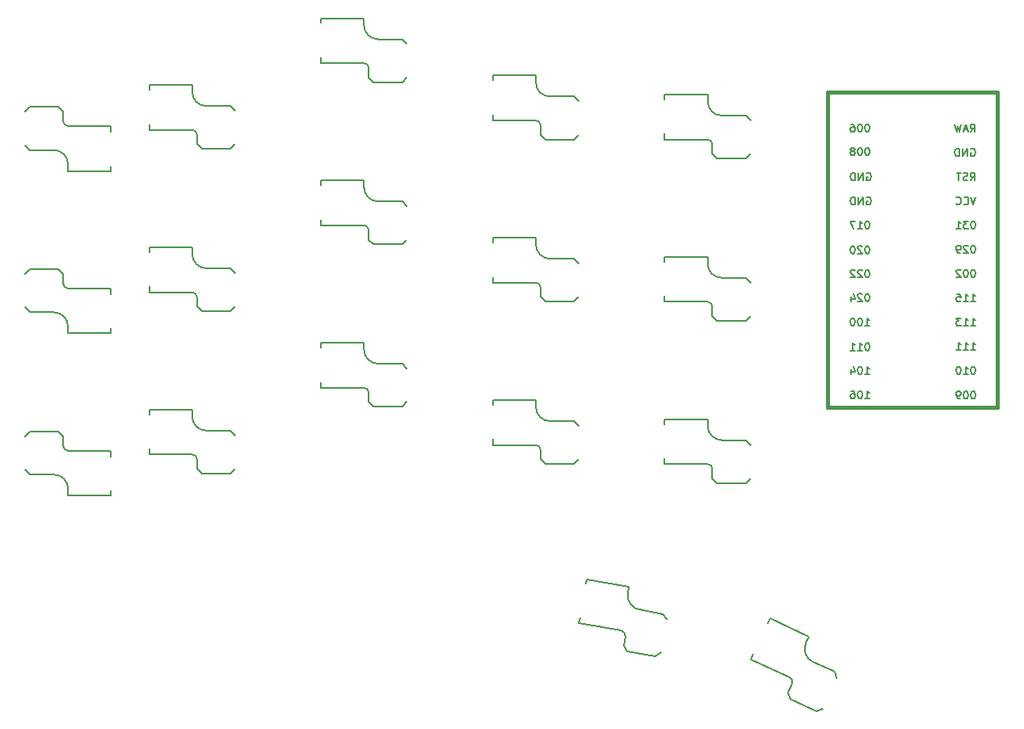
<source format=gbo>
G04 #@! TF.GenerationSoftware,KiCad,Pcbnew,7.0.6*
G04 #@! TF.CreationDate,2024-09-20T23:29:42+02:00*
G04 #@! TF.ProjectId,KoalaKeeb_v0.2_left,4b6f616c-614b-4656-9562-5f76302e325f,rev?*
G04 #@! TF.SameCoordinates,Original*
G04 #@! TF.FileFunction,Legend,Bot*
G04 #@! TF.FilePolarity,Positive*
%FSLAX46Y46*%
G04 Gerber Fmt 4.6, Leading zero omitted, Abs format (unit mm)*
G04 Created by KiCad (PCBNEW 7.0.6) date 2024-09-20 23:29:42*
%MOMM*%
%LPD*%
G01*
G04 APERTURE LIST*
G04 Aperture macros list*
%AMRotRect*
0 Rectangle, with rotation*
0 The origin of the aperture is its center*
0 $1 length*
0 $2 width*
0 $3 Rotation angle, in degrees counterclockwise*
0 Add horizontal line*
21,1,$1,$2,0,0,$3*%
G04 Aperture macros list end*
%ADD10C,0.150000*%
%ADD11C,0.381000*%
%ADD12C,1.752600*%
%ADD13C,1.701800*%
%ADD14C,3.000000*%
%ADD15C,3.429000*%
%ADD16C,0.990600*%
%ADD17R,2.600000X2.600000*%
%ADD18RotRect,2.600000X2.600000X350.000000*%
%ADD19C,2.500000*%
%ADD20C,0.850000*%
%ADD21RotRect,2.600000X2.600000X335.000000*%
%ADD22C,1.000000*%
G04 APERTURE END LIST*
D10*
X256262809Y-45062295D02*
X256186619Y-45062295D01*
X256186619Y-45062295D02*
X256110428Y-45100390D01*
X256110428Y-45100390D02*
X256072333Y-45138485D01*
X256072333Y-45138485D02*
X256034238Y-45214676D01*
X256034238Y-45214676D02*
X255996143Y-45367057D01*
X255996143Y-45367057D02*
X255996143Y-45557533D01*
X255996143Y-45557533D02*
X256034238Y-45709914D01*
X256034238Y-45709914D02*
X256072333Y-45786104D01*
X256072333Y-45786104D02*
X256110428Y-45824200D01*
X256110428Y-45824200D02*
X256186619Y-45862295D01*
X256186619Y-45862295D02*
X256262809Y-45862295D01*
X256262809Y-45862295D02*
X256339000Y-45824200D01*
X256339000Y-45824200D02*
X256377095Y-45786104D01*
X256377095Y-45786104D02*
X256415190Y-45709914D01*
X256415190Y-45709914D02*
X256453286Y-45557533D01*
X256453286Y-45557533D02*
X256453286Y-45367057D01*
X256453286Y-45367057D02*
X256415190Y-45214676D01*
X256415190Y-45214676D02*
X256377095Y-45138485D01*
X256377095Y-45138485D02*
X256339000Y-45100390D01*
X256339000Y-45100390D02*
X256262809Y-45062295D01*
X255500904Y-45062295D02*
X255424714Y-45062295D01*
X255424714Y-45062295D02*
X255348523Y-45100390D01*
X255348523Y-45100390D02*
X255310428Y-45138485D01*
X255310428Y-45138485D02*
X255272333Y-45214676D01*
X255272333Y-45214676D02*
X255234238Y-45367057D01*
X255234238Y-45367057D02*
X255234238Y-45557533D01*
X255234238Y-45557533D02*
X255272333Y-45709914D01*
X255272333Y-45709914D02*
X255310428Y-45786104D01*
X255310428Y-45786104D02*
X255348523Y-45824200D01*
X255348523Y-45824200D02*
X255424714Y-45862295D01*
X255424714Y-45862295D02*
X255500904Y-45862295D01*
X255500904Y-45862295D02*
X255577095Y-45824200D01*
X255577095Y-45824200D02*
X255615190Y-45786104D01*
X255615190Y-45786104D02*
X255653285Y-45709914D01*
X255653285Y-45709914D02*
X255691381Y-45557533D01*
X255691381Y-45557533D02*
X255691381Y-45367057D01*
X255691381Y-45367057D02*
X255653285Y-45214676D01*
X255653285Y-45214676D02*
X255615190Y-45138485D01*
X255615190Y-45138485D02*
X255577095Y-45100390D01*
X255577095Y-45100390D02*
X255500904Y-45062295D01*
X254777095Y-45405152D02*
X254853285Y-45367057D01*
X254853285Y-45367057D02*
X254891380Y-45328961D01*
X254891380Y-45328961D02*
X254929476Y-45252771D01*
X254929476Y-45252771D02*
X254929476Y-45214676D01*
X254929476Y-45214676D02*
X254891380Y-45138485D01*
X254891380Y-45138485D02*
X254853285Y-45100390D01*
X254853285Y-45100390D02*
X254777095Y-45062295D01*
X254777095Y-45062295D02*
X254624714Y-45062295D01*
X254624714Y-45062295D02*
X254548523Y-45100390D01*
X254548523Y-45100390D02*
X254510428Y-45138485D01*
X254510428Y-45138485D02*
X254472333Y-45214676D01*
X254472333Y-45214676D02*
X254472333Y-45252771D01*
X254472333Y-45252771D02*
X254510428Y-45328961D01*
X254510428Y-45328961D02*
X254548523Y-45367057D01*
X254548523Y-45367057D02*
X254624714Y-45405152D01*
X254624714Y-45405152D02*
X254777095Y-45405152D01*
X254777095Y-45405152D02*
X254853285Y-45443247D01*
X254853285Y-45443247D02*
X254891380Y-45481342D01*
X254891380Y-45481342D02*
X254929476Y-45557533D01*
X254929476Y-45557533D02*
X254929476Y-45709914D01*
X254929476Y-45709914D02*
X254891380Y-45786104D01*
X254891380Y-45786104D02*
X254853285Y-45824200D01*
X254853285Y-45824200D02*
X254777095Y-45862295D01*
X254777095Y-45862295D02*
X254624714Y-45862295D01*
X254624714Y-45862295D02*
X254548523Y-45824200D01*
X254548523Y-45824200D02*
X254510428Y-45786104D01*
X254510428Y-45786104D02*
X254472333Y-45709914D01*
X254472333Y-45709914D02*
X254472333Y-45557533D01*
X254472333Y-45557533D02*
X254510428Y-45481342D01*
X254510428Y-45481342D02*
X254548523Y-45443247D01*
X254548523Y-45443247D02*
X254624714Y-45405152D01*
X267070524Y-66252295D02*
X267527667Y-66252295D01*
X267299095Y-66252295D02*
X267299095Y-65452295D01*
X267299095Y-65452295D02*
X267375286Y-65566580D01*
X267375286Y-65566580D02*
X267451476Y-65642771D01*
X267451476Y-65642771D02*
X267527667Y-65680866D01*
X266308619Y-66252295D02*
X266765762Y-66252295D01*
X266537190Y-66252295D02*
X266537190Y-65452295D01*
X266537190Y-65452295D02*
X266613381Y-65566580D01*
X266613381Y-65566580D02*
X266689571Y-65642771D01*
X266689571Y-65642771D02*
X266765762Y-65680866D01*
X265546714Y-66252295D02*
X266003857Y-66252295D01*
X265775285Y-66252295D02*
X265775285Y-65452295D01*
X265775285Y-65452295D02*
X265851476Y-65566580D01*
X265851476Y-65566580D02*
X265927666Y-65642771D01*
X265927666Y-65642771D02*
X266003857Y-65680866D01*
X256262809Y-52752295D02*
X256186619Y-52752295D01*
X256186619Y-52752295D02*
X256110428Y-52790390D01*
X256110428Y-52790390D02*
X256072333Y-52828485D01*
X256072333Y-52828485D02*
X256034238Y-52904676D01*
X256034238Y-52904676D02*
X255996143Y-53057057D01*
X255996143Y-53057057D02*
X255996143Y-53247533D01*
X255996143Y-53247533D02*
X256034238Y-53399914D01*
X256034238Y-53399914D02*
X256072333Y-53476104D01*
X256072333Y-53476104D02*
X256110428Y-53514200D01*
X256110428Y-53514200D02*
X256186619Y-53552295D01*
X256186619Y-53552295D02*
X256262809Y-53552295D01*
X256262809Y-53552295D02*
X256339000Y-53514200D01*
X256339000Y-53514200D02*
X256377095Y-53476104D01*
X256377095Y-53476104D02*
X256415190Y-53399914D01*
X256415190Y-53399914D02*
X256453286Y-53247533D01*
X256453286Y-53247533D02*
X256453286Y-53057057D01*
X256453286Y-53057057D02*
X256415190Y-52904676D01*
X256415190Y-52904676D02*
X256377095Y-52828485D01*
X256377095Y-52828485D02*
X256339000Y-52790390D01*
X256339000Y-52790390D02*
X256262809Y-52752295D01*
X255234238Y-53552295D02*
X255691381Y-53552295D01*
X255462809Y-53552295D02*
X255462809Y-52752295D01*
X255462809Y-52752295D02*
X255539000Y-52866580D01*
X255539000Y-52866580D02*
X255615190Y-52942771D01*
X255615190Y-52942771D02*
X255691381Y-52980866D01*
X254967571Y-52752295D02*
X254434237Y-52752295D01*
X254434237Y-52752295D02*
X254777095Y-53552295D01*
X255996143Y-68792295D02*
X256453286Y-68792295D01*
X256224714Y-68792295D02*
X256224714Y-67992295D01*
X256224714Y-67992295D02*
X256300905Y-68106580D01*
X256300905Y-68106580D02*
X256377095Y-68182771D01*
X256377095Y-68182771D02*
X256453286Y-68220866D01*
X255500904Y-67992295D02*
X255424714Y-67992295D01*
X255424714Y-67992295D02*
X255348523Y-68030390D01*
X255348523Y-68030390D02*
X255310428Y-68068485D01*
X255310428Y-68068485D02*
X255272333Y-68144676D01*
X255272333Y-68144676D02*
X255234238Y-68297057D01*
X255234238Y-68297057D02*
X255234238Y-68487533D01*
X255234238Y-68487533D02*
X255272333Y-68639914D01*
X255272333Y-68639914D02*
X255310428Y-68716104D01*
X255310428Y-68716104D02*
X255348523Y-68754200D01*
X255348523Y-68754200D02*
X255424714Y-68792295D01*
X255424714Y-68792295D02*
X255500904Y-68792295D01*
X255500904Y-68792295D02*
X255577095Y-68754200D01*
X255577095Y-68754200D02*
X255615190Y-68716104D01*
X255615190Y-68716104D02*
X255653285Y-68639914D01*
X255653285Y-68639914D02*
X255691381Y-68487533D01*
X255691381Y-68487533D02*
X255691381Y-68297057D01*
X255691381Y-68297057D02*
X255653285Y-68144676D01*
X255653285Y-68144676D02*
X255615190Y-68068485D01*
X255615190Y-68068485D02*
X255577095Y-68030390D01*
X255577095Y-68030390D02*
X255500904Y-67992295D01*
X254548523Y-68258961D02*
X254548523Y-68792295D01*
X254738999Y-67954200D02*
X254929476Y-68525628D01*
X254929476Y-68525628D02*
X254434237Y-68525628D01*
X256269999Y-65502295D02*
X256193809Y-65502295D01*
X256193809Y-65502295D02*
X256117618Y-65540390D01*
X256117618Y-65540390D02*
X256079523Y-65578485D01*
X256079523Y-65578485D02*
X256041428Y-65654676D01*
X256041428Y-65654676D02*
X256003333Y-65807057D01*
X256003333Y-65807057D02*
X256003333Y-65997533D01*
X256003333Y-65997533D02*
X256041428Y-66149914D01*
X256041428Y-66149914D02*
X256079523Y-66226104D01*
X256079523Y-66226104D02*
X256117618Y-66264200D01*
X256117618Y-66264200D02*
X256193809Y-66302295D01*
X256193809Y-66302295D02*
X256269999Y-66302295D01*
X256269999Y-66302295D02*
X256346190Y-66264200D01*
X256346190Y-66264200D02*
X256384285Y-66226104D01*
X256384285Y-66226104D02*
X256422380Y-66149914D01*
X256422380Y-66149914D02*
X256460476Y-65997533D01*
X256460476Y-65997533D02*
X256460476Y-65807057D01*
X256460476Y-65807057D02*
X256422380Y-65654676D01*
X256422380Y-65654676D02*
X256384285Y-65578485D01*
X256384285Y-65578485D02*
X256346190Y-65540390D01*
X256346190Y-65540390D02*
X256269999Y-65502295D01*
X255241428Y-66302295D02*
X255698571Y-66302295D01*
X255469999Y-66302295D02*
X255469999Y-65502295D01*
X255469999Y-65502295D02*
X255546190Y-65616580D01*
X255546190Y-65616580D02*
X255622380Y-65692771D01*
X255622380Y-65692771D02*
X255698571Y-65730866D01*
X254479523Y-66302295D02*
X254936666Y-66302295D01*
X254708094Y-66302295D02*
X254708094Y-65502295D01*
X254708094Y-65502295D02*
X254784285Y-65616580D01*
X254784285Y-65616580D02*
X254860475Y-65692771D01*
X254860475Y-65692771D02*
X254936666Y-65730866D01*
X267603857Y-50212295D02*
X267337190Y-51012295D01*
X267337190Y-51012295D02*
X267070524Y-50212295D01*
X266346714Y-50936104D02*
X266384810Y-50974200D01*
X266384810Y-50974200D02*
X266499095Y-51012295D01*
X266499095Y-51012295D02*
X266575286Y-51012295D01*
X266575286Y-51012295D02*
X266689572Y-50974200D01*
X266689572Y-50974200D02*
X266765762Y-50898009D01*
X266765762Y-50898009D02*
X266803857Y-50821819D01*
X266803857Y-50821819D02*
X266841953Y-50669438D01*
X266841953Y-50669438D02*
X266841953Y-50555152D01*
X266841953Y-50555152D02*
X266803857Y-50402771D01*
X266803857Y-50402771D02*
X266765762Y-50326580D01*
X266765762Y-50326580D02*
X266689572Y-50250390D01*
X266689572Y-50250390D02*
X266575286Y-50212295D01*
X266575286Y-50212295D02*
X266499095Y-50212295D01*
X266499095Y-50212295D02*
X266384810Y-50250390D01*
X266384810Y-50250390D02*
X266346714Y-50288485D01*
X265546714Y-50936104D02*
X265584810Y-50974200D01*
X265584810Y-50974200D02*
X265699095Y-51012295D01*
X265699095Y-51012295D02*
X265775286Y-51012295D01*
X265775286Y-51012295D02*
X265889572Y-50974200D01*
X265889572Y-50974200D02*
X265965762Y-50898009D01*
X265965762Y-50898009D02*
X266003857Y-50821819D01*
X266003857Y-50821819D02*
X266041953Y-50669438D01*
X266041953Y-50669438D02*
X266041953Y-50555152D01*
X266041953Y-50555152D02*
X266003857Y-50402771D01*
X266003857Y-50402771D02*
X265965762Y-50326580D01*
X265965762Y-50326580D02*
X265889572Y-50250390D01*
X265889572Y-50250390D02*
X265775286Y-50212295D01*
X265775286Y-50212295D02*
X265699095Y-50212295D01*
X265699095Y-50212295D02*
X265584810Y-50250390D01*
X265584810Y-50250390D02*
X265546714Y-50288485D01*
X267064190Y-45170390D02*
X267140380Y-45132295D01*
X267140380Y-45132295D02*
X267254666Y-45132295D01*
X267254666Y-45132295D02*
X267368952Y-45170390D01*
X267368952Y-45170390D02*
X267445142Y-45246580D01*
X267445142Y-45246580D02*
X267483237Y-45322771D01*
X267483237Y-45322771D02*
X267521333Y-45475152D01*
X267521333Y-45475152D02*
X267521333Y-45589438D01*
X267521333Y-45589438D02*
X267483237Y-45741819D01*
X267483237Y-45741819D02*
X267445142Y-45818009D01*
X267445142Y-45818009D02*
X267368952Y-45894200D01*
X267368952Y-45894200D02*
X267254666Y-45932295D01*
X267254666Y-45932295D02*
X267178475Y-45932295D01*
X267178475Y-45932295D02*
X267064190Y-45894200D01*
X267064190Y-45894200D02*
X267026094Y-45856104D01*
X267026094Y-45856104D02*
X267026094Y-45589438D01*
X267026094Y-45589438D02*
X267178475Y-45589438D01*
X266683237Y-45932295D02*
X266683237Y-45132295D01*
X266683237Y-45132295D02*
X266226094Y-45932295D01*
X266226094Y-45932295D02*
X266226094Y-45132295D01*
X265845142Y-45932295D02*
X265845142Y-45132295D01*
X265845142Y-45132295D02*
X265654666Y-45132295D01*
X265654666Y-45132295D02*
X265540380Y-45170390D01*
X265540380Y-45170390D02*
X265464190Y-45246580D01*
X265464190Y-45246580D02*
X265426095Y-45322771D01*
X265426095Y-45322771D02*
X265387999Y-45475152D01*
X265387999Y-45475152D02*
X265387999Y-45589438D01*
X265387999Y-45589438D02*
X265426095Y-45741819D01*
X265426095Y-45741819D02*
X265464190Y-45818009D01*
X265464190Y-45818009D02*
X265540380Y-45894200D01*
X265540380Y-45894200D02*
X265654666Y-45932295D01*
X265654666Y-45932295D02*
X265845142Y-45932295D01*
X267337190Y-55292295D02*
X267261000Y-55292295D01*
X267261000Y-55292295D02*
X267184809Y-55330390D01*
X267184809Y-55330390D02*
X267146714Y-55368485D01*
X267146714Y-55368485D02*
X267108619Y-55444676D01*
X267108619Y-55444676D02*
X267070524Y-55597057D01*
X267070524Y-55597057D02*
X267070524Y-55787533D01*
X267070524Y-55787533D02*
X267108619Y-55939914D01*
X267108619Y-55939914D02*
X267146714Y-56016104D01*
X267146714Y-56016104D02*
X267184809Y-56054200D01*
X267184809Y-56054200D02*
X267261000Y-56092295D01*
X267261000Y-56092295D02*
X267337190Y-56092295D01*
X267337190Y-56092295D02*
X267413381Y-56054200D01*
X267413381Y-56054200D02*
X267451476Y-56016104D01*
X267451476Y-56016104D02*
X267489571Y-55939914D01*
X267489571Y-55939914D02*
X267527667Y-55787533D01*
X267527667Y-55787533D02*
X267527667Y-55597057D01*
X267527667Y-55597057D02*
X267489571Y-55444676D01*
X267489571Y-55444676D02*
X267451476Y-55368485D01*
X267451476Y-55368485D02*
X267413381Y-55330390D01*
X267413381Y-55330390D02*
X267337190Y-55292295D01*
X266765762Y-55368485D02*
X266727666Y-55330390D01*
X266727666Y-55330390D02*
X266651476Y-55292295D01*
X266651476Y-55292295D02*
X266461000Y-55292295D01*
X266461000Y-55292295D02*
X266384809Y-55330390D01*
X266384809Y-55330390D02*
X266346714Y-55368485D01*
X266346714Y-55368485D02*
X266308619Y-55444676D01*
X266308619Y-55444676D02*
X266308619Y-55520866D01*
X266308619Y-55520866D02*
X266346714Y-55635152D01*
X266346714Y-55635152D02*
X266803857Y-56092295D01*
X266803857Y-56092295D02*
X266308619Y-56092295D01*
X265927666Y-56092295D02*
X265775285Y-56092295D01*
X265775285Y-56092295D02*
X265699095Y-56054200D01*
X265699095Y-56054200D02*
X265660999Y-56016104D01*
X265660999Y-56016104D02*
X265584809Y-55901819D01*
X265584809Y-55901819D02*
X265546714Y-55749438D01*
X265546714Y-55749438D02*
X265546714Y-55444676D01*
X265546714Y-55444676D02*
X265584809Y-55368485D01*
X265584809Y-55368485D02*
X265622904Y-55330390D01*
X265622904Y-55330390D02*
X265699095Y-55292295D01*
X265699095Y-55292295D02*
X265851476Y-55292295D01*
X265851476Y-55292295D02*
X265927666Y-55330390D01*
X265927666Y-55330390D02*
X265965761Y-55368485D01*
X265965761Y-55368485D02*
X266003857Y-55444676D01*
X266003857Y-55444676D02*
X266003857Y-55635152D01*
X266003857Y-55635152D02*
X265965761Y-55711342D01*
X265965761Y-55711342D02*
X265927666Y-55749438D01*
X265927666Y-55749438D02*
X265851476Y-55787533D01*
X265851476Y-55787533D02*
X265699095Y-55787533D01*
X265699095Y-55787533D02*
X265622904Y-55749438D01*
X265622904Y-55749438D02*
X265584809Y-55711342D01*
X265584809Y-55711342D02*
X265546714Y-55635152D01*
X256003333Y-71342295D02*
X256460476Y-71342295D01*
X256231904Y-71342295D02*
X256231904Y-70542295D01*
X256231904Y-70542295D02*
X256308095Y-70656580D01*
X256308095Y-70656580D02*
X256384285Y-70732771D01*
X256384285Y-70732771D02*
X256460476Y-70770866D01*
X255508094Y-70542295D02*
X255431904Y-70542295D01*
X255431904Y-70542295D02*
X255355713Y-70580390D01*
X255355713Y-70580390D02*
X255317618Y-70618485D01*
X255317618Y-70618485D02*
X255279523Y-70694676D01*
X255279523Y-70694676D02*
X255241428Y-70847057D01*
X255241428Y-70847057D02*
X255241428Y-71037533D01*
X255241428Y-71037533D02*
X255279523Y-71189914D01*
X255279523Y-71189914D02*
X255317618Y-71266104D01*
X255317618Y-71266104D02*
X255355713Y-71304200D01*
X255355713Y-71304200D02*
X255431904Y-71342295D01*
X255431904Y-71342295D02*
X255508094Y-71342295D01*
X255508094Y-71342295D02*
X255584285Y-71304200D01*
X255584285Y-71304200D02*
X255622380Y-71266104D01*
X255622380Y-71266104D02*
X255660475Y-71189914D01*
X255660475Y-71189914D02*
X255698571Y-71037533D01*
X255698571Y-71037533D02*
X255698571Y-70847057D01*
X255698571Y-70847057D02*
X255660475Y-70694676D01*
X255660475Y-70694676D02*
X255622380Y-70618485D01*
X255622380Y-70618485D02*
X255584285Y-70580390D01*
X255584285Y-70580390D02*
X255508094Y-70542295D01*
X254555713Y-70542295D02*
X254708094Y-70542295D01*
X254708094Y-70542295D02*
X254784285Y-70580390D01*
X254784285Y-70580390D02*
X254822380Y-70618485D01*
X254822380Y-70618485D02*
X254898570Y-70732771D01*
X254898570Y-70732771D02*
X254936666Y-70885152D01*
X254936666Y-70885152D02*
X254936666Y-71189914D01*
X254936666Y-71189914D02*
X254898570Y-71266104D01*
X254898570Y-71266104D02*
X254860475Y-71304200D01*
X254860475Y-71304200D02*
X254784285Y-71342295D01*
X254784285Y-71342295D02*
X254631904Y-71342295D01*
X254631904Y-71342295D02*
X254555713Y-71304200D01*
X254555713Y-71304200D02*
X254517618Y-71266104D01*
X254517618Y-71266104D02*
X254479523Y-71189914D01*
X254479523Y-71189914D02*
X254479523Y-70999438D01*
X254479523Y-70999438D02*
X254517618Y-70923247D01*
X254517618Y-70923247D02*
X254555713Y-70885152D01*
X254555713Y-70885152D02*
X254631904Y-70847057D01*
X254631904Y-70847057D02*
X254784285Y-70847057D01*
X254784285Y-70847057D02*
X254860475Y-70885152D01*
X254860475Y-70885152D02*
X254898570Y-70923247D01*
X254898570Y-70923247D02*
X254936666Y-70999438D01*
X256262809Y-55362295D02*
X256186619Y-55362295D01*
X256186619Y-55362295D02*
X256110428Y-55400390D01*
X256110428Y-55400390D02*
X256072333Y-55438485D01*
X256072333Y-55438485D02*
X256034238Y-55514676D01*
X256034238Y-55514676D02*
X255996143Y-55667057D01*
X255996143Y-55667057D02*
X255996143Y-55857533D01*
X255996143Y-55857533D02*
X256034238Y-56009914D01*
X256034238Y-56009914D02*
X256072333Y-56086104D01*
X256072333Y-56086104D02*
X256110428Y-56124200D01*
X256110428Y-56124200D02*
X256186619Y-56162295D01*
X256186619Y-56162295D02*
X256262809Y-56162295D01*
X256262809Y-56162295D02*
X256339000Y-56124200D01*
X256339000Y-56124200D02*
X256377095Y-56086104D01*
X256377095Y-56086104D02*
X256415190Y-56009914D01*
X256415190Y-56009914D02*
X256453286Y-55857533D01*
X256453286Y-55857533D02*
X256453286Y-55667057D01*
X256453286Y-55667057D02*
X256415190Y-55514676D01*
X256415190Y-55514676D02*
X256377095Y-55438485D01*
X256377095Y-55438485D02*
X256339000Y-55400390D01*
X256339000Y-55400390D02*
X256262809Y-55362295D01*
X255691381Y-55438485D02*
X255653285Y-55400390D01*
X255653285Y-55400390D02*
X255577095Y-55362295D01*
X255577095Y-55362295D02*
X255386619Y-55362295D01*
X255386619Y-55362295D02*
X255310428Y-55400390D01*
X255310428Y-55400390D02*
X255272333Y-55438485D01*
X255272333Y-55438485D02*
X255234238Y-55514676D01*
X255234238Y-55514676D02*
X255234238Y-55590866D01*
X255234238Y-55590866D02*
X255272333Y-55705152D01*
X255272333Y-55705152D02*
X255729476Y-56162295D01*
X255729476Y-56162295D02*
X255234238Y-56162295D01*
X254738999Y-55362295D02*
X254662809Y-55362295D01*
X254662809Y-55362295D02*
X254586618Y-55400390D01*
X254586618Y-55400390D02*
X254548523Y-55438485D01*
X254548523Y-55438485D02*
X254510428Y-55514676D01*
X254510428Y-55514676D02*
X254472333Y-55667057D01*
X254472333Y-55667057D02*
X254472333Y-55857533D01*
X254472333Y-55857533D02*
X254510428Y-56009914D01*
X254510428Y-56009914D02*
X254548523Y-56086104D01*
X254548523Y-56086104D02*
X254586618Y-56124200D01*
X254586618Y-56124200D02*
X254662809Y-56162295D01*
X254662809Y-56162295D02*
X254738999Y-56162295D01*
X254738999Y-56162295D02*
X254815190Y-56124200D01*
X254815190Y-56124200D02*
X254853285Y-56086104D01*
X254853285Y-56086104D02*
X254891380Y-56009914D01*
X254891380Y-56009914D02*
X254929476Y-55857533D01*
X254929476Y-55857533D02*
X254929476Y-55667057D01*
X254929476Y-55667057D02*
X254891380Y-55514676D01*
X254891380Y-55514676D02*
X254853285Y-55438485D01*
X254853285Y-55438485D02*
X254815190Y-55400390D01*
X254815190Y-55400390D02*
X254738999Y-55362295D01*
X267339999Y-70572295D02*
X267263809Y-70572295D01*
X267263809Y-70572295D02*
X267187618Y-70610390D01*
X267187618Y-70610390D02*
X267149523Y-70648485D01*
X267149523Y-70648485D02*
X267111428Y-70724676D01*
X267111428Y-70724676D02*
X267073333Y-70877057D01*
X267073333Y-70877057D02*
X267073333Y-71067533D01*
X267073333Y-71067533D02*
X267111428Y-71219914D01*
X267111428Y-71219914D02*
X267149523Y-71296104D01*
X267149523Y-71296104D02*
X267187618Y-71334200D01*
X267187618Y-71334200D02*
X267263809Y-71372295D01*
X267263809Y-71372295D02*
X267339999Y-71372295D01*
X267339999Y-71372295D02*
X267416190Y-71334200D01*
X267416190Y-71334200D02*
X267454285Y-71296104D01*
X267454285Y-71296104D02*
X267492380Y-71219914D01*
X267492380Y-71219914D02*
X267530476Y-71067533D01*
X267530476Y-71067533D02*
X267530476Y-70877057D01*
X267530476Y-70877057D02*
X267492380Y-70724676D01*
X267492380Y-70724676D02*
X267454285Y-70648485D01*
X267454285Y-70648485D02*
X267416190Y-70610390D01*
X267416190Y-70610390D02*
X267339999Y-70572295D01*
X266578094Y-70572295D02*
X266501904Y-70572295D01*
X266501904Y-70572295D02*
X266425713Y-70610390D01*
X266425713Y-70610390D02*
X266387618Y-70648485D01*
X266387618Y-70648485D02*
X266349523Y-70724676D01*
X266349523Y-70724676D02*
X266311428Y-70877057D01*
X266311428Y-70877057D02*
X266311428Y-71067533D01*
X266311428Y-71067533D02*
X266349523Y-71219914D01*
X266349523Y-71219914D02*
X266387618Y-71296104D01*
X266387618Y-71296104D02*
X266425713Y-71334200D01*
X266425713Y-71334200D02*
X266501904Y-71372295D01*
X266501904Y-71372295D02*
X266578094Y-71372295D01*
X266578094Y-71372295D02*
X266654285Y-71334200D01*
X266654285Y-71334200D02*
X266692380Y-71296104D01*
X266692380Y-71296104D02*
X266730475Y-71219914D01*
X266730475Y-71219914D02*
X266768571Y-71067533D01*
X266768571Y-71067533D02*
X266768571Y-70877057D01*
X266768571Y-70877057D02*
X266730475Y-70724676D01*
X266730475Y-70724676D02*
X266692380Y-70648485D01*
X266692380Y-70648485D02*
X266654285Y-70610390D01*
X266654285Y-70610390D02*
X266578094Y-70572295D01*
X265930475Y-71372295D02*
X265778094Y-71372295D01*
X265778094Y-71372295D02*
X265701904Y-71334200D01*
X265701904Y-71334200D02*
X265663808Y-71296104D01*
X265663808Y-71296104D02*
X265587618Y-71181819D01*
X265587618Y-71181819D02*
X265549523Y-71029438D01*
X265549523Y-71029438D02*
X265549523Y-70724676D01*
X265549523Y-70724676D02*
X265587618Y-70648485D01*
X265587618Y-70648485D02*
X265625713Y-70610390D01*
X265625713Y-70610390D02*
X265701904Y-70572295D01*
X265701904Y-70572295D02*
X265854285Y-70572295D01*
X265854285Y-70572295D02*
X265930475Y-70610390D01*
X265930475Y-70610390D02*
X265968570Y-70648485D01*
X265968570Y-70648485D02*
X266006666Y-70724676D01*
X266006666Y-70724676D02*
X266006666Y-70915152D01*
X266006666Y-70915152D02*
X265968570Y-70991342D01*
X265968570Y-70991342D02*
X265930475Y-71029438D01*
X265930475Y-71029438D02*
X265854285Y-71067533D01*
X265854285Y-71067533D02*
X265701904Y-71067533D01*
X265701904Y-71067533D02*
X265625713Y-71029438D01*
X265625713Y-71029438D02*
X265587618Y-70991342D01*
X265587618Y-70991342D02*
X265549523Y-70915152D01*
X255996143Y-63712295D02*
X256453286Y-63712295D01*
X256224714Y-63712295D02*
X256224714Y-62912295D01*
X256224714Y-62912295D02*
X256300905Y-63026580D01*
X256300905Y-63026580D02*
X256377095Y-63102771D01*
X256377095Y-63102771D02*
X256453286Y-63140866D01*
X255500904Y-62912295D02*
X255424714Y-62912295D01*
X255424714Y-62912295D02*
X255348523Y-62950390D01*
X255348523Y-62950390D02*
X255310428Y-62988485D01*
X255310428Y-62988485D02*
X255272333Y-63064676D01*
X255272333Y-63064676D02*
X255234238Y-63217057D01*
X255234238Y-63217057D02*
X255234238Y-63407533D01*
X255234238Y-63407533D02*
X255272333Y-63559914D01*
X255272333Y-63559914D02*
X255310428Y-63636104D01*
X255310428Y-63636104D02*
X255348523Y-63674200D01*
X255348523Y-63674200D02*
X255424714Y-63712295D01*
X255424714Y-63712295D02*
X255500904Y-63712295D01*
X255500904Y-63712295D02*
X255577095Y-63674200D01*
X255577095Y-63674200D02*
X255615190Y-63636104D01*
X255615190Y-63636104D02*
X255653285Y-63559914D01*
X255653285Y-63559914D02*
X255691381Y-63407533D01*
X255691381Y-63407533D02*
X255691381Y-63217057D01*
X255691381Y-63217057D02*
X255653285Y-63064676D01*
X255653285Y-63064676D02*
X255615190Y-62988485D01*
X255615190Y-62988485D02*
X255577095Y-62950390D01*
X255577095Y-62950390D02*
X255500904Y-62912295D01*
X254738999Y-62912295D02*
X254662809Y-62912295D01*
X254662809Y-62912295D02*
X254586618Y-62950390D01*
X254586618Y-62950390D02*
X254548523Y-62988485D01*
X254548523Y-62988485D02*
X254510428Y-63064676D01*
X254510428Y-63064676D02*
X254472333Y-63217057D01*
X254472333Y-63217057D02*
X254472333Y-63407533D01*
X254472333Y-63407533D02*
X254510428Y-63559914D01*
X254510428Y-63559914D02*
X254548523Y-63636104D01*
X254548523Y-63636104D02*
X254586618Y-63674200D01*
X254586618Y-63674200D02*
X254662809Y-63712295D01*
X254662809Y-63712295D02*
X254738999Y-63712295D01*
X254738999Y-63712295D02*
X254815190Y-63674200D01*
X254815190Y-63674200D02*
X254853285Y-63636104D01*
X254853285Y-63636104D02*
X254891380Y-63559914D01*
X254891380Y-63559914D02*
X254929476Y-63407533D01*
X254929476Y-63407533D02*
X254929476Y-63217057D01*
X254929476Y-63217057D02*
X254891380Y-63064676D01*
X254891380Y-63064676D02*
X254853285Y-62988485D01*
X254853285Y-62988485D02*
X254815190Y-62950390D01*
X254815190Y-62950390D02*
X254738999Y-62912295D01*
X256148523Y-50250390D02*
X256224713Y-50212295D01*
X256224713Y-50212295D02*
X256338999Y-50212295D01*
X256338999Y-50212295D02*
X256453285Y-50250390D01*
X256453285Y-50250390D02*
X256529475Y-50326580D01*
X256529475Y-50326580D02*
X256567570Y-50402771D01*
X256567570Y-50402771D02*
X256605666Y-50555152D01*
X256605666Y-50555152D02*
X256605666Y-50669438D01*
X256605666Y-50669438D02*
X256567570Y-50821819D01*
X256567570Y-50821819D02*
X256529475Y-50898009D01*
X256529475Y-50898009D02*
X256453285Y-50974200D01*
X256453285Y-50974200D02*
X256338999Y-51012295D01*
X256338999Y-51012295D02*
X256262808Y-51012295D01*
X256262808Y-51012295D02*
X256148523Y-50974200D01*
X256148523Y-50974200D02*
X256110427Y-50936104D01*
X256110427Y-50936104D02*
X256110427Y-50669438D01*
X256110427Y-50669438D02*
X256262808Y-50669438D01*
X255767570Y-51012295D02*
X255767570Y-50212295D01*
X255767570Y-50212295D02*
X255310427Y-51012295D01*
X255310427Y-51012295D02*
X255310427Y-50212295D01*
X254929475Y-51012295D02*
X254929475Y-50212295D01*
X254929475Y-50212295D02*
X254738999Y-50212295D01*
X254738999Y-50212295D02*
X254624713Y-50250390D01*
X254624713Y-50250390D02*
X254548523Y-50326580D01*
X254548523Y-50326580D02*
X254510428Y-50402771D01*
X254510428Y-50402771D02*
X254472332Y-50555152D01*
X254472332Y-50555152D02*
X254472332Y-50669438D01*
X254472332Y-50669438D02*
X254510428Y-50821819D01*
X254510428Y-50821819D02*
X254548523Y-50898009D01*
X254548523Y-50898009D02*
X254624713Y-50974200D01*
X254624713Y-50974200D02*
X254738999Y-51012295D01*
X254738999Y-51012295D02*
X254929475Y-51012295D01*
X256262809Y-42592295D02*
X256186619Y-42592295D01*
X256186619Y-42592295D02*
X256110428Y-42630390D01*
X256110428Y-42630390D02*
X256072333Y-42668485D01*
X256072333Y-42668485D02*
X256034238Y-42744676D01*
X256034238Y-42744676D02*
X255996143Y-42897057D01*
X255996143Y-42897057D02*
X255996143Y-43087533D01*
X255996143Y-43087533D02*
X256034238Y-43239914D01*
X256034238Y-43239914D02*
X256072333Y-43316104D01*
X256072333Y-43316104D02*
X256110428Y-43354200D01*
X256110428Y-43354200D02*
X256186619Y-43392295D01*
X256186619Y-43392295D02*
X256262809Y-43392295D01*
X256262809Y-43392295D02*
X256339000Y-43354200D01*
X256339000Y-43354200D02*
X256377095Y-43316104D01*
X256377095Y-43316104D02*
X256415190Y-43239914D01*
X256415190Y-43239914D02*
X256453286Y-43087533D01*
X256453286Y-43087533D02*
X256453286Y-42897057D01*
X256453286Y-42897057D02*
X256415190Y-42744676D01*
X256415190Y-42744676D02*
X256377095Y-42668485D01*
X256377095Y-42668485D02*
X256339000Y-42630390D01*
X256339000Y-42630390D02*
X256262809Y-42592295D01*
X255500904Y-42592295D02*
X255424714Y-42592295D01*
X255424714Y-42592295D02*
X255348523Y-42630390D01*
X255348523Y-42630390D02*
X255310428Y-42668485D01*
X255310428Y-42668485D02*
X255272333Y-42744676D01*
X255272333Y-42744676D02*
X255234238Y-42897057D01*
X255234238Y-42897057D02*
X255234238Y-43087533D01*
X255234238Y-43087533D02*
X255272333Y-43239914D01*
X255272333Y-43239914D02*
X255310428Y-43316104D01*
X255310428Y-43316104D02*
X255348523Y-43354200D01*
X255348523Y-43354200D02*
X255424714Y-43392295D01*
X255424714Y-43392295D02*
X255500904Y-43392295D01*
X255500904Y-43392295D02*
X255577095Y-43354200D01*
X255577095Y-43354200D02*
X255615190Y-43316104D01*
X255615190Y-43316104D02*
X255653285Y-43239914D01*
X255653285Y-43239914D02*
X255691381Y-43087533D01*
X255691381Y-43087533D02*
X255691381Y-42897057D01*
X255691381Y-42897057D02*
X255653285Y-42744676D01*
X255653285Y-42744676D02*
X255615190Y-42668485D01*
X255615190Y-42668485D02*
X255577095Y-42630390D01*
X255577095Y-42630390D02*
X255500904Y-42592295D01*
X254548523Y-42592295D02*
X254700904Y-42592295D01*
X254700904Y-42592295D02*
X254777095Y-42630390D01*
X254777095Y-42630390D02*
X254815190Y-42668485D01*
X254815190Y-42668485D02*
X254891380Y-42782771D01*
X254891380Y-42782771D02*
X254929476Y-42935152D01*
X254929476Y-42935152D02*
X254929476Y-43239914D01*
X254929476Y-43239914D02*
X254891380Y-43316104D01*
X254891380Y-43316104D02*
X254853285Y-43354200D01*
X254853285Y-43354200D02*
X254777095Y-43392295D01*
X254777095Y-43392295D02*
X254624714Y-43392295D01*
X254624714Y-43392295D02*
X254548523Y-43354200D01*
X254548523Y-43354200D02*
X254510428Y-43316104D01*
X254510428Y-43316104D02*
X254472333Y-43239914D01*
X254472333Y-43239914D02*
X254472333Y-43049438D01*
X254472333Y-43049438D02*
X254510428Y-42973247D01*
X254510428Y-42973247D02*
X254548523Y-42935152D01*
X254548523Y-42935152D02*
X254624714Y-42897057D01*
X254624714Y-42897057D02*
X254777095Y-42897057D01*
X254777095Y-42897057D02*
X254853285Y-42935152D01*
X254853285Y-42935152D02*
X254891380Y-42973247D01*
X254891380Y-42973247D02*
X254929476Y-43049438D01*
X256148523Y-47710390D02*
X256224713Y-47672295D01*
X256224713Y-47672295D02*
X256338999Y-47672295D01*
X256338999Y-47672295D02*
X256453285Y-47710390D01*
X256453285Y-47710390D02*
X256529475Y-47786580D01*
X256529475Y-47786580D02*
X256567570Y-47862771D01*
X256567570Y-47862771D02*
X256605666Y-48015152D01*
X256605666Y-48015152D02*
X256605666Y-48129438D01*
X256605666Y-48129438D02*
X256567570Y-48281819D01*
X256567570Y-48281819D02*
X256529475Y-48358009D01*
X256529475Y-48358009D02*
X256453285Y-48434200D01*
X256453285Y-48434200D02*
X256338999Y-48472295D01*
X256338999Y-48472295D02*
X256262808Y-48472295D01*
X256262808Y-48472295D02*
X256148523Y-48434200D01*
X256148523Y-48434200D02*
X256110427Y-48396104D01*
X256110427Y-48396104D02*
X256110427Y-48129438D01*
X256110427Y-48129438D02*
X256262808Y-48129438D01*
X255767570Y-48472295D02*
X255767570Y-47672295D01*
X255767570Y-47672295D02*
X255310427Y-48472295D01*
X255310427Y-48472295D02*
X255310427Y-47672295D01*
X254929475Y-48472295D02*
X254929475Y-47672295D01*
X254929475Y-47672295D02*
X254738999Y-47672295D01*
X254738999Y-47672295D02*
X254624713Y-47710390D01*
X254624713Y-47710390D02*
X254548523Y-47786580D01*
X254548523Y-47786580D02*
X254510428Y-47862771D01*
X254510428Y-47862771D02*
X254472332Y-48015152D01*
X254472332Y-48015152D02*
X254472332Y-48129438D01*
X254472332Y-48129438D02*
X254510428Y-48281819D01*
X254510428Y-48281819D02*
X254548523Y-48358009D01*
X254548523Y-48358009D02*
X254624713Y-48434200D01*
X254624713Y-48434200D02*
X254738999Y-48472295D01*
X254738999Y-48472295D02*
X254929475Y-48472295D01*
X267070524Y-61172295D02*
X267527667Y-61172295D01*
X267299095Y-61172295D02*
X267299095Y-60372295D01*
X267299095Y-60372295D02*
X267375286Y-60486580D01*
X267375286Y-60486580D02*
X267451476Y-60562771D01*
X267451476Y-60562771D02*
X267527667Y-60600866D01*
X266308619Y-61172295D02*
X266765762Y-61172295D01*
X266537190Y-61172295D02*
X266537190Y-60372295D01*
X266537190Y-60372295D02*
X266613381Y-60486580D01*
X266613381Y-60486580D02*
X266689571Y-60562771D01*
X266689571Y-60562771D02*
X266765762Y-60600866D01*
X265584809Y-60372295D02*
X265965761Y-60372295D01*
X265965761Y-60372295D02*
X266003857Y-60753247D01*
X266003857Y-60753247D02*
X265965761Y-60715152D01*
X265965761Y-60715152D02*
X265889571Y-60677057D01*
X265889571Y-60677057D02*
X265699095Y-60677057D01*
X265699095Y-60677057D02*
X265622904Y-60715152D01*
X265622904Y-60715152D02*
X265584809Y-60753247D01*
X265584809Y-60753247D02*
X265546714Y-60829438D01*
X265546714Y-60829438D02*
X265546714Y-61019914D01*
X265546714Y-61019914D02*
X265584809Y-61096104D01*
X265584809Y-61096104D02*
X265622904Y-61134200D01*
X265622904Y-61134200D02*
X265699095Y-61172295D01*
X265699095Y-61172295D02*
X265889571Y-61172295D01*
X265889571Y-61172295D02*
X265965761Y-61134200D01*
X265965761Y-61134200D02*
X266003857Y-61096104D01*
X267337190Y-57832295D02*
X267261000Y-57832295D01*
X267261000Y-57832295D02*
X267184809Y-57870390D01*
X267184809Y-57870390D02*
X267146714Y-57908485D01*
X267146714Y-57908485D02*
X267108619Y-57984676D01*
X267108619Y-57984676D02*
X267070524Y-58137057D01*
X267070524Y-58137057D02*
X267070524Y-58327533D01*
X267070524Y-58327533D02*
X267108619Y-58479914D01*
X267108619Y-58479914D02*
X267146714Y-58556104D01*
X267146714Y-58556104D02*
X267184809Y-58594200D01*
X267184809Y-58594200D02*
X267261000Y-58632295D01*
X267261000Y-58632295D02*
X267337190Y-58632295D01*
X267337190Y-58632295D02*
X267413381Y-58594200D01*
X267413381Y-58594200D02*
X267451476Y-58556104D01*
X267451476Y-58556104D02*
X267489571Y-58479914D01*
X267489571Y-58479914D02*
X267527667Y-58327533D01*
X267527667Y-58327533D02*
X267527667Y-58137057D01*
X267527667Y-58137057D02*
X267489571Y-57984676D01*
X267489571Y-57984676D02*
X267451476Y-57908485D01*
X267451476Y-57908485D02*
X267413381Y-57870390D01*
X267413381Y-57870390D02*
X267337190Y-57832295D01*
X266575285Y-57832295D02*
X266499095Y-57832295D01*
X266499095Y-57832295D02*
X266422904Y-57870390D01*
X266422904Y-57870390D02*
X266384809Y-57908485D01*
X266384809Y-57908485D02*
X266346714Y-57984676D01*
X266346714Y-57984676D02*
X266308619Y-58137057D01*
X266308619Y-58137057D02*
X266308619Y-58327533D01*
X266308619Y-58327533D02*
X266346714Y-58479914D01*
X266346714Y-58479914D02*
X266384809Y-58556104D01*
X266384809Y-58556104D02*
X266422904Y-58594200D01*
X266422904Y-58594200D02*
X266499095Y-58632295D01*
X266499095Y-58632295D02*
X266575285Y-58632295D01*
X266575285Y-58632295D02*
X266651476Y-58594200D01*
X266651476Y-58594200D02*
X266689571Y-58556104D01*
X266689571Y-58556104D02*
X266727666Y-58479914D01*
X266727666Y-58479914D02*
X266765762Y-58327533D01*
X266765762Y-58327533D02*
X266765762Y-58137057D01*
X266765762Y-58137057D02*
X266727666Y-57984676D01*
X266727666Y-57984676D02*
X266689571Y-57908485D01*
X266689571Y-57908485D02*
X266651476Y-57870390D01*
X266651476Y-57870390D02*
X266575285Y-57832295D01*
X266003857Y-57908485D02*
X265965761Y-57870390D01*
X265965761Y-57870390D02*
X265889571Y-57832295D01*
X265889571Y-57832295D02*
X265699095Y-57832295D01*
X265699095Y-57832295D02*
X265622904Y-57870390D01*
X265622904Y-57870390D02*
X265584809Y-57908485D01*
X265584809Y-57908485D02*
X265546714Y-57984676D01*
X265546714Y-57984676D02*
X265546714Y-58060866D01*
X265546714Y-58060866D02*
X265584809Y-58175152D01*
X265584809Y-58175152D02*
X266041952Y-58632295D01*
X266041952Y-58632295D02*
X265546714Y-58632295D01*
X267337190Y-67992295D02*
X267261000Y-67992295D01*
X267261000Y-67992295D02*
X267184809Y-68030390D01*
X267184809Y-68030390D02*
X267146714Y-68068485D01*
X267146714Y-68068485D02*
X267108619Y-68144676D01*
X267108619Y-68144676D02*
X267070524Y-68297057D01*
X267070524Y-68297057D02*
X267070524Y-68487533D01*
X267070524Y-68487533D02*
X267108619Y-68639914D01*
X267108619Y-68639914D02*
X267146714Y-68716104D01*
X267146714Y-68716104D02*
X267184809Y-68754200D01*
X267184809Y-68754200D02*
X267261000Y-68792295D01*
X267261000Y-68792295D02*
X267337190Y-68792295D01*
X267337190Y-68792295D02*
X267413381Y-68754200D01*
X267413381Y-68754200D02*
X267451476Y-68716104D01*
X267451476Y-68716104D02*
X267489571Y-68639914D01*
X267489571Y-68639914D02*
X267527667Y-68487533D01*
X267527667Y-68487533D02*
X267527667Y-68297057D01*
X267527667Y-68297057D02*
X267489571Y-68144676D01*
X267489571Y-68144676D02*
X267451476Y-68068485D01*
X267451476Y-68068485D02*
X267413381Y-68030390D01*
X267413381Y-68030390D02*
X267337190Y-67992295D01*
X266308619Y-68792295D02*
X266765762Y-68792295D01*
X266537190Y-68792295D02*
X266537190Y-67992295D01*
X266537190Y-67992295D02*
X266613381Y-68106580D01*
X266613381Y-68106580D02*
X266689571Y-68182771D01*
X266689571Y-68182771D02*
X266765762Y-68220866D01*
X265813380Y-67992295D02*
X265737190Y-67992295D01*
X265737190Y-67992295D02*
X265660999Y-68030390D01*
X265660999Y-68030390D02*
X265622904Y-68068485D01*
X265622904Y-68068485D02*
X265584809Y-68144676D01*
X265584809Y-68144676D02*
X265546714Y-68297057D01*
X265546714Y-68297057D02*
X265546714Y-68487533D01*
X265546714Y-68487533D02*
X265584809Y-68639914D01*
X265584809Y-68639914D02*
X265622904Y-68716104D01*
X265622904Y-68716104D02*
X265660999Y-68754200D01*
X265660999Y-68754200D02*
X265737190Y-68792295D01*
X265737190Y-68792295D02*
X265813380Y-68792295D01*
X265813380Y-68792295D02*
X265889571Y-68754200D01*
X265889571Y-68754200D02*
X265927666Y-68716104D01*
X265927666Y-68716104D02*
X265965761Y-68639914D01*
X265965761Y-68639914D02*
X266003857Y-68487533D01*
X266003857Y-68487533D02*
X266003857Y-68297057D01*
X266003857Y-68297057D02*
X265965761Y-68144676D01*
X265965761Y-68144676D02*
X265927666Y-68068485D01*
X265927666Y-68068485D02*
X265889571Y-68030390D01*
X265889571Y-68030390D02*
X265813380Y-67992295D01*
X256262809Y-57862295D02*
X256186619Y-57862295D01*
X256186619Y-57862295D02*
X256110428Y-57900390D01*
X256110428Y-57900390D02*
X256072333Y-57938485D01*
X256072333Y-57938485D02*
X256034238Y-58014676D01*
X256034238Y-58014676D02*
X255996143Y-58167057D01*
X255996143Y-58167057D02*
X255996143Y-58357533D01*
X255996143Y-58357533D02*
X256034238Y-58509914D01*
X256034238Y-58509914D02*
X256072333Y-58586104D01*
X256072333Y-58586104D02*
X256110428Y-58624200D01*
X256110428Y-58624200D02*
X256186619Y-58662295D01*
X256186619Y-58662295D02*
X256262809Y-58662295D01*
X256262809Y-58662295D02*
X256339000Y-58624200D01*
X256339000Y-58624200D02*
X256377095Y-58586104D01*
X256377095Y-58586104D02*
X256415190Y-58509914D01*
X256415190Y-58509914D02*
X256453286Y-58357533D01*
X256453286Y-58357533D02*
X256453286Y-58167057D01*
X256453286Y-58167057D02*
X256415190Y-58014676D01*
X256415190Y-58014676D02*
X256377095Y-57938485D01*
X256377095Y-57938485D02*
X256339000Y-57900390D01*
X256339000Y-57900390D02*
X256262809Y-57862295D01*
X255691381Y-57938485D02*
X255653285Y-57900390D01*
X255653285Y-57900390D02*
X255577095Y-57862295D01*
X255577095Y-57862295D02*
X255386619Y-57862295D01*
X255386619Y-57862295D02*
X255310428Y-57900390D01*
X255310428Y-57900390D02*
X255272333Y-57938485D01*
X255272333Y-57938485D02*
X255234238Y-58014676D01*
X255234238Y-58014676D02*
X255234238Y-58090866D01*
X255234238Y-58090866D02*
X255272333Y-58205152D01*
X255272333Y-58205152D02*
X255729476Y-58662295D01*
X255729476Y-58662295D02*
X255234238Y-58662295D01*
X254929476Y-57938485D02*
X254891380Y-57900390D01*
X254891380Y-57900390D02*
X254815190Y-57862295D01*
X254815190Y-57862295D02*
X254624714Y-57862295D01*
X254624714Y-57862295D02*
X254548523Y-57900390D01*
X254548523Y-57900390D02*
X254510428Y-57938485D01*
X254510428Y-57938485D02*
X254472333Y-58014676D01*
X254472333Y-58014676D02*
X254472333Y-58090866D01*
X254472333Y-58090866D02*
X254510428Y-58205152D01*
X254510428Y-58205152D02*
X254967571Y-58662295D01*
X254967571Y-58662295D02*
X254472333Y-58662295D01*
X256262809Y-60362295D02*
X256186619Y-60362295D01*
X256186619Y-60362295D02*
X256110428Y-60400390D01*
X256110428Y-60400390D02*
X256072333Y-60438485D01*
X256072333Y-60438485D02*
X256034238Y-60514676D01*
X256034238Y-60514676D02*
X255996143Y-60667057D01*
X255996143Y-60667057D02*
X255996143Y-60857533D01*
X255996143Y-60857533D02*
X256034238Y-61009914D01*
X256034238Y-61009914D02*
X256072333Y-61086104D01*
X256072333Y-61086104D02*
X256110428Y-61124200D01*
X256110428Y-61124200D02*
X256186619Y-61162295D01*
X256186619Y-61162295D02*
X256262809Y-61162295D01*
X256262809Y-61162295D02*
X256339000Y-61124200D01*
X256339000Y-61124200D02*
X256377095Y-61086104D01*
X256377095Y-61086104D02*
X256415190Y-61009914D01*
X256415190Y-61009914D02*
X256453286Y-60857533D01*
X256453286Y-60857533D02*
X256453286Y-60667057D01*
X256453286Y-60667057D02*
X256415190Y-60514676D01*
X256415190Y-60514676D02*
X256377095Y-60438485D01*
X256377095Y-60438485D02*
X256339000Y-60400390D01*
X256339000Y-60400390D02*
X256262809Y-60362295D01*
X255691381Y-60438485D02*
X255653285Y-60400390D01*
X255653285Y-60400390D02*
X255577095Y-60362295D01*
X255577095Y-60362295D02*
X255386619Y-60362295D01*
X255386619Y-60362295D02*
X255310428Y-60400390D01*
X255310428Y-60400390D02*
X255272333Y-60438485D01*
X255272333Y-60438485D02*
X255234238Y-60514676D01*
X255234238Y-60514676D02*
X255234238Y-60590866D01*
X255234238Y-60590866D02*
X255272333Y-60705152D01*
X255272333Y-60705152D02*
X255729476Y-61162295D01*
X255729476Y-61162295D02*
X255234238Y-61162295D01*
X254548523Y-60628961D02*
X254548523Y-61162295D01*
X254738999Y-60324200D02*
X254929476Y-60895628D01*
X254929476Y-60895628D02*
X254434237Y-60895628D01*
X267337190Y-52752295D02*
X267261000Y-52752295D01*
X267261000Y-52752295D02*
X267184809Y-52790390D01*
X267184809Y-52790390D02*
X267146714Y-52828485D01*
X267146714Y-52828485D02*
X267108619Y-52904676D01*
X267108619Y-52904676D02*
X267070524Y-53057057D01*
X267070524Y-53057057D02*
X267070524Y-53247533D01*
X267070524Y-53247533D02*
X267108619Y-53399914D01*
X267108619Y-53399914D02*
X267146714Y-53476104D01*
X267146714Y-53476104D02*
X267184809Y-53514200D01*
X267184809Y-53514200D02*
X267261000Y-53552295D01*
X267261000Y-53552295D02*
X267337190Y-53552295D01*
X267337190Y-53552295D02*
X267413381Y-53514200D01*
X267413381Y-53514200D02*
X267451476Y-53476104D01*
X267451476Y-53476104D02*
X267489571Y-53399914D01*
X267489571Y-53399914D02*
X267527667Y-53247533D01*
X267527667Y-53247533D02*
X267527667Y-53057057D01*
X267527667Y-53057057D02*
X267489571Y-52904676D01*
X267489571Y-52904676D02*
X267451476Y-52828485D01*
X267451476Y-52828485D02*
X267413381Y-52790390D01*
X267413381Y-52790390D02*
X267337190Y-52752295D01*
X266803857Y-52752295D02*
X266308619Y-52752295D01*
X266308619Y-52752295D02*
X266575285Y-53057057D01*
X266575285Y-53057057D02*
X266461000Y-53057057D01*
X266461000Y-53057057D02*
X266384809Y-53095152D01*
X266384809Y-53095152D02*
X266346714Y-53133247D01*
X266346714Y-53133247D02*
X266308619Y-53209438D01*
X266308619Y-53209438D02*
X266308619Y-53399914D01*
X266308619Y-53399914D02*
X266346714Y-53476104D01*
X266346714Y-53476104D02*
X266384809Y-53514200D01*
X266384809Y-53514200D02*
X266461000Y-53552295D01*
X266461000Y-53552295D02*
X266689571Y-53552295D01*
X266689571Y-53552295D02*
X266765762Y-53514200D01*
X266765762Y-53514200D02*
X266803857Y-53476104D01*
X265546714Y-53552295D02*
X266003857Y-53552295D01*
X265775285Y-53552295D02*
X265775285Y-52752295D01*
X265775285Y-52752295D02*
X265851476Y-52866580D01*
X265851476Y-52866580D02*
X265927666Y-52942771D01*
X265927666Y-52942771D02*
X266003857Y-52980866D01*
X267070524Y-63712295D02*
X267527667Y-63712295D01*
X267299095Y-63712295D02*
X267299095Y-62912295D01*
X267299095Y-62912295D02*
X267375286Y-63026580D01*
X267375286Y-63026580D02*
X267451476Y-63102771D01*
X267451476Y-63102771D02*
X267527667Y-63140866D01*
X266308619Y-63712295D02*
X266765762Y-63712295D01*
X266537190Y-63712295D02*
X266537190Y-62912295D01*
X266537190Y-62912295D02*
X266613381Y-63026580D01*
X266613381Y-63026580D02*
X266689571Y-63102771D01*
X266689571Y-63102771D02*
X266765762Y-63140866D01*
X266041952Y-62912295D02*
X265546714Y-62912295D01*
X265546714Y-62912295D02*
X265813380Y-63217057D01*
X265813380Y-63217057D02*
X265699095Y-63217057D01*
X265699095Y-63217057D02*
X265622904Y-63255152D01*
X265622904Y-63255152D02*
X265584809Y-63293247D01*
X265584809Y-63293247D02*
X265546714Y-63369438D01*
X265546714Y-63369438D02*
X265546714Y-63559914D01*
X265546714Y-63559914D02*
X265584809Y-63636104D01*
X265584809Y-63636104D02*
X265622904Y-63674200D01*
X265622904Y-63674200D02*
X265699095Y-63712295D01*
X265699095Y-63712295D02*
X265927666Y-63712295D01*
X265927666Y-63712295D02*
X266003857Y-63674200D01*
X266003857Y-63674200D02*
X266041952Y-63636104D01*
X267026094Y-48472295D02*
X267292761Y-48091342D01*
X267483237Y-48472295D02*
X267483237Y-47672295D01*
X267483237Y-47672295D02*
X267178475Y-47672295D01*
X267178475Y-47672295D02*
X267102285Y-47710390D01*
X267102285Y-47710390D02*
X267064190Y-47748485D01*
X267064190Y-47748485D02*
X267026094Y-47824676D01*
X267026094Y-47824676D02*
X267026094Y-47938961D01*
X267026094Y-47938961D02*
X267064190Y-48015152D01*
X267064190Y-48015152D02*
X267102285Y-48053247D01*
X267102285Y-48053247D02*
X267178475Y-48091342D01*
X267178475Y-48091342D02*
X267483237Y-48091342D01*
X266721333Y-48434200D02*
X266607047Y-48472295D01*
X266607047Y-48472295D02*
X266416571Y-48472295D01*
X266416571Y-48472295D02*
X266340380Y-48434200D01*
X266340380Y-48434200D02*
X266302285Y-48396104D01*
X266302285Y-48396104D02*
X266264190Y-48319914D01*
X266264190Y-48319914D02*
X266264190Y-48243723D01*
X266264190Y-48243723D02*
X266302285Y-48167533D01*
X266302285Y-48167533D02*
X266340380Y-48129438D01*
X266340380Y-48129438D02*
X266416571Y-48091342D01*
X266416571Y-48091342D02*
X266568952Y-48053247D01*
X266568952Y-48053247D02*
X266645142Y-48015152D01*
X266645142Y-48015152D02*
X266683237Y-47977057D01*
X266683237Y-47977057D02*
X266721333Y-47900866D01*
X266721333Y-47900866D02*
X266721333Y-47824676D01*
X266721333Y-47824676D02*
X266683237Y-47748485D01*
X266683237Y-47748485D02*
X266645142Y-47710390D01*
X266645142Y-47710390D02*
X266568952Y-47672295D01*
X266568952Y-47672295D02*
X266378475Y-47672295D01*
X266378475Y-47672295D02*
X266264190Y-47710390D01*
X266035618Y-47672295D02*
X265578475Y-47672295D01*
X265807047Y-48472295D02*
X265807047Y-47672295D01*
X267026095Y-43392295D02*
X267292762Y-43011342D01*
X267483238Y-43392295D02*
X267483238Y-42592295D01*
X267483238Y-42592295D02*
X267178476Y-42592295D01*
X267178476Y-42592295D02*
X267102286Y-42630390D01*
X267102286Y-42630390D02*
X267064191Y-42668485D01*
X267064191Y-42668485D02*
X267026095Y-42744676D01*
X267026095Y-42744676D02*
X267026095Y-42858961D01*
X267026095Y-42858961D02*
X267064191Y-42935152D01*
X267064191Y-42935152D02*
X267102286Y-42973247D01*
X267102286Y-42973247D02*
X267178476Y-43011342D01*
X267178476Y-43011342D02*
X267483238Y-43011342D01*
X266721334Y-43163723D02*
X266340381Y-43163723D01*
X266797524Y-43392295D02*
X266530857Y-42592295D01*
X266530857Y-42592295D02*
X266264191Y-43392295D01*
X266073715Y-42592295D02*
X265883239Y-43392295D01*
X265883239Y-43392295D02*
X265730858Y-42820866D01*
X265730858Y-42820866D02*
X265578477Y-43392295D01*
X265578477Y-43392295D02*
X265388001Y-42592295D01*
X235000000Y-56500000D02*
X235000000Y-57000000D01*
X235000000Y-60600000D02*
X235000000Y-61200000D01*
X235000000Y-61200000D02*
X239500000Y-61200000D01*
X239500000Y-56500000D02*
X235000000Y-56500000D01*
X239500000Y-57200000D02*
X239500000Y-56500000D01*
X240000000Y-61700000D02*
X240000000Y-62700000D01*
X240500000Y-63200000D02*
X240000000Y-62700000D01*
X243500000Y-58700000D02*
X241000000Y-58700000D01*
X243500000Y-63200000D02*
X240500000Y-63200000D01*
X244000000Y-59200000D02*
X243500000Y-58700000D01*
X244000000Y-62700000D02*
X243500000Y-63200000D01*
X240000000Y-61700000D02*
G75*
G03*
X239500000Y-61200000I-500001J-1D01*
G01*
X239500000Y-57200000D02*
G75*
G03*
X241000000Y-58700000I1500001J1D01*
G01*
X226845873Y-90261674D02*
X226759049Y-90754078D01*
X226133916Y-94299386D02*
X226029727Y-94890271D01*
X226029727Y-94890271D02*
X230461362Y-95671688D01*
X231277508Y-91043091D02*
X226845873Y-90261674D01*
X231155955Y-91732457D02*
X231277508Y-91043091D01*
X230866942Y-96250916D02*
X230693294Y-97235723D01*
X231098873Y-97814951D02*
X230693294Y-97235723D01*
X234834713Y-93904261D02*
X232372694Y-93470141D01*
X234053297Y-98335896D02*
X231098873Y-97814951D01*
X235240293Y-94483489D02*
X234834713Y-93904261D01*
X234632525Y-97930316D02*
X234053297Y-98335896D01*
X230866941Y-96250916D02*
G75*
G03*
X230461362Y-95671688I-492404J86824D01*
G01*
X231155954Y-91732457D02*
G75*
G03*
X232372694Y-93470141I1477213J-260471D01*
G01*
X217000000Y-37500000D02*
X217000000Y-38000000D01*
X217000000Y-41600000D02*
X217000000Y-42200000D01*
X217000000Y-42200000D02*
X221500000Y-42200000D01*
X221500000Y-37500000D02*
X217000000Y-37500000D01*
X221500000Y-38200000D02*
X221500000Y-37500000D01*
X222000000Y-42700000D02*
X222000000Y-43700000D01*
X222500000Y-44200000D02*
X222000000Y-43700000D01*
X225500000Y-39700000D02*
X223000000Y-39700000D01*
X225500000Y-44200000D02*
X222500000Y-44200000D01*
X226000000Y-40200000D02*
X225500000Y-39700000D01*
X226000000Y-43700000D02*
X225500000Y-44200000D01*
X222000000Y-42700000D02*
G75*
G03*
X221500000Y-42200000I-500001J-1D01*
G01*
X221500000Y-38200000D02*
G75*
G03*
X223000000Y-39700000I1500001J1D01*
G01*
X235000000Y-73500000D02*
X235000000Y-74000000D01*
X235000000Y-77600000D02*
X235000000Y-78200000D01*
X235000000Y-78200000D02*
X239500000Y-78200000D01*
X239500000Y-73500000D02*
X235000000Y-73500000D01*
X239500000Y-74200000D02*
X239500000Y-73500000D01*
X240000000Y-78700000D02*
X240000000Y-79700000D01*
X240500000Y-80200000D02*
X240000000Y-79700000D01*
X243500000Y-75700000D02*
X241000000Y-75700000D01*
X243500000Y-80200000D02*
X240500000Y-80200000D01*
X244000000Y-76200000D02*
X243500000Y-75700000D01*
X244000000Y-79700000D02*
X243500000Y-80200000D01*
X240000000Y-78700000D02*
G75*
G03*
X239500000Y-78200000I-500001J-1D01*
G01*
X239500000Y-74200000D02*
G75*
G03*
X241000000Y-75700000I1500001J1D01*
G01*
X177000000Y-47500000D02*
X177000000Y-47000000D01*
X177000000Y-43400000D02*
X177000000Y-42800000D01*
X177000000Y-42800000D02*
X172500000Y-42800000D01*
X172500000Y-47500000D02*
X177000000Y-47500000D01*
X172500000Y-46800000D02*
X172500000Y-47500000D01*
X172000000Y-42300000D02*
X172000000Y-41300000D01*
X171500000Y-40800000D02*
X172000000Y-41300000D01*
X168500000Y-45300000D02*
X171000000Y-45300000D01*
X168500000Y-40800000D02*
X171500000Y-40800000D01*
X168000000Y-44800000D02*
X168500000Y-45300000D01*
X168000000Y-41300000D02*
X168500000Y-40800000D01*
X172000000Y-42300000D02*
G75*
G03*
X172500000Y-42800000I500001J1D01*
G01*
X172500000Y-46800000D02*
G75*
G03*
X171000000Y-45300000I-1500001J-1D01*
G01*
X181000000Y-72500000D02*
X181000000Y-73000000D01*
X181000000Y-76600000D02*
X181000000Y-77200000D01*
X181000000Y-77200000D02*
X185500000Y-77200000D01*
X185500000Y-72500000D02*
X181000000Y-72500000D01*
X185500000Y-73200000D02*
X185500000Y-72500000D01*
X186000000Y-77700000D02*
X186000000Y-78700000D01*
X186500000Y-79200000D02*
X186000000Y-78700000D01*
X189500000Y-74700000D02*
X187000000Y-74700000D01*
X189500000Y-79200000D02*
X186500000Y-79200000D01*
X190000000Y-75200000D02*
X189500000Y-74700000D01*
X190000000Y-78700000D02*
X189500000Y-79200000D01*
X186000000Y-77700000D02*
G75*
G03*
X185500000Y-77200000I-500001J-1D01*
G01*
X185500000Y-73200000D02*
G75*
G03*
X187000000Y-74700000I1500001J1D01*
G01*
X199000000Y-48500000D02*
X199000000Y-49000000D01*
X199000000Y-52600000D02*
X199000000Y-53200000D01*
X199000000Y-53200000D02*
X203500000Y-53200000D01*
X203500000Y-48500000D02*
X199000000Y-48500000D01*
X203500000Y-49200000D02*
X203500000Y-48500000D01*
X204000000Y-53700000D02*
X204000000Y-54700000D01*
X204500000Y-55200000D02*
X204000000Y-54700000D01*
X207500000Y-50700000D02*
X205000000Y-50700000D01*
X207500000Y-55200000D02*
X204500000Y-55200000D01*
X208000000Y-51200000D02*
X207500000Y-50700000D01*
X208000000Y-54700000D02*
X207500000Y-55200000D01*
X204000000Y-53700000D02*
G75*
G03*
X203500000Y-53200000I-500001J-1D01*
G01*
X203500000Y-49200000D02*
G75*
G03*
X205000000Y-50700000I1500001J1D01*
G01*
X246021918Y-94401134D02*
X245810609Y-94854288D01*
X244289183Y-98116996D02*
X244035612Y-98660780D01*
X244035612Y-98660780D02*
X248113997Y-100562563D01*
X250100303Y-96302916D02*
X246021918Y-94401134D01*
X249804470Y-96937331D02*
X250100303Y-96302916D01*
X248355842Y-101227026D02*
X247933224Y-102133333D01*
X248175069Y-102797796D02*
X247933224Y-102133333D01*
X252795774Y-99987266D02*
X250530005Y-98930721D01*
X250893992Y-104065651D02*
X248175069Y-102797796D01*
X253037619Y-100651729D02*
X252795774Y-99987266D01*
X251558455Y-103823806D02*
X250893992Y-104065651D01*
X248355841Y-101227026D02*
G75*
G03*
X248113997Y-100562563I-453154J211309D01*
G01*
X249804471Y-96937331D02*
G75*
G03*
X250530005Y-98930721I1359464J-633927D01*
G01*
X177000000Y-64500000D02*
X177000000Y-64000000D01*
X177000000Y-60400000D02*
X177000000Y-59800000D01*
X177000000Y-59800000D02*
X172500000Y-59800000D01*
X172500000Y-64500000D02*
X177000000Y-64500000D01*
X172500000Y-63800000D02*
X172500000Y-64500000D01*
X172000000Y-59300000D02*
X172000000Y-58300000D01*
X171500000Y-57800000D02*
X172000000Y-58300000D01*
X168500000Y-62300000D02*
X171000000Y-62300000D01*
X168500000Y-57800000D02*
X171500000Y-57800000D01*
X168000000Y-61800000D02*
X168500000Y-62300000D01*
X168000000Y-58300000D02*
X168500000Y-57800000D01*
X172000000Y-59300000D02*
G75*
G03*
X172500000Y-59800000I500001J1D01*
G01*
X172500000Y-63800000D02*
G75*
G03*
X171000000Y-62300000I-1500001J-1D01*
G01*
D11*
X269890000Y-39220000D02*
X252110000Y-39220000D01*
X252110000Y-39220000D02*
X252110000Y-72240000D01*
X269890000Y-72240000D02*
X269890000Y-39220000D01*
X252110000Y-72240000D02*
X269890000Y-72240000D01*
D10*
X199000000Y-65500000D02*
X199000000Y-66000000D01*
X199000000Y-69600000D02*
X199000000Y-70200000D01*
X199000000Y-70200000D02*
X203500000Y-70200000D01*
X203500000Y-65500000D02*
X199000000Y-65500000D01*
X203500000Y-66200000D02*
X203500000Y-65500000D01*
X204000000Y-70700000D02*
X204000000Y-71700000D01*
X204500000Y-72200000D02*
X204000000Y-71700000D01*
X207500000Y-67700000D02*
X205000000Y-67700000D01*
X207500000Y-72200000D02*
X204500000Y-72200000D01*
X208000000Y-68200000D02*
X207500000Y-67700000D01*
X208000000Y-71700000D02*
X207500000Y-72200000D01*
X204000000Y-70700000D02*
G75*
G03*
X203500000Y-70200000I-500001J-1D01*
G01*
X203500000Y-66200000D02*
G75*
G03*
X205000000Y-67700000I1500001J1D01*
G01*
X199000000Y-31500000D02*
X199000000Y-32000000D01*
X199000000Y-35600000D02*
X199000000Y-36200000D01*
X199000000Y-36200000D02*
X203500000Y-36200000D01*
X203500000Y-31500000D02*
X199000000Y-31500000D01*
X203500000Y-32200000D02*
X203500000Y-31500000D01*
X204000000Y-36700000D02*
X204000000Y-37700000D01*
X204500000Y-38200000D02*
X204000000Y-37700000D01*
X207500000Y-33700000D02*
X205000000Y-33700000D01*
X207500000Y-38200000D02*
X204500000Y-38200000D01*
X208000000Y-34200000D02*
X207500000Y-33700000D01*
X208000000Y-37700000D02*
X207500000Y-38200000D01*
X204000000Y-36700000D02*
G75*
G03*
X203500000Y-36200000I-500001J-1D01*
G01*
X203500000Y-32200000D02*
G75*
G03*
X205000000Y-33700000I1500001J1D01*
G01*
X235000000Y-39500000D02*
X235000000Y-40000000D01*
X235000000Y-43600000D02*
X235000000Y-44200000D01*
X235000000Y-44200000D02*
X239500000Y-44200000D01*
X239500000Y-39500000D02*
X235000000Y-39500000D01*
X239500000Y-40200000D02*
X239500000Y-39500000D01*
X240000000Y-44700000D02*
X240000000Y-45700000D01*
X240500000Y-46200000D02*
X240000000Y-45700000D01*
X243500000Y-41700000D02*
X241000000Y-41700000D01*
X243500000Y-46200000D02*
X240500000Y-46200000D01*
X244000000Y-42200000D02*
X243500000Y-41700000D01*
X244000000Y-45700000D02*
X243500000Y-46200000D01*
X240000000Y-44700000D02*
G75*
G03*
X239500000Y-44200000I-500001J-1D01*
G01*
X239500000Y-40200000D02*
G75*
G03*
X241000000Y-41700000I1500001J1D01*
G01*
X217000000Y-71500000D02*
X217000000Y-72000000D01*
X217000000Y-75600000D02*
X217000000Y-76200000D01*
X217000000Y-76200000D02*
X221500000Y-76200000D01*
X221500000Y-71500000D02*
X217000000Y-71500000D01*
X221500000Y-72200000D02*
X221500000Y-71500000D01*
X222000000Y-76700000D02*
X222000000Y-77700000D01*
X222500000Y-78200000D02*
X222000000Y-77700000D01*
X225500000Y-73700000D02*
X223000000Y-73700000D01*
X225500000Y-78200000D02*
X222500000Y-78200000D01*
X226000000Y-74200000D02*
X225500000Y-73700000D01*
X226000000Y-77700000D02*
X225500000Y-78200000D01*
X222000000Y-76700000D02*
G75*
G03*
X221500000Y-76200000I-500001J-1D01*
G01*
X221500000Y-72200000D02*
G75*
G03*
X223000000Y-73700000I1500001J1D01*
G01*
X181000000Y-38500000D02*
X181000000Y-39000000D01*
X181000000Y-42600000D02*
X181000000Y-43200000D01*
X181000000Y-43200000D02*
X185500000Y-43200000D01*
X185500000Y-38500000D02*
X181000000Y-38500000D01*
X185500000Y-39200000D02*
X185500000Y-38500000D01*
X186000000Y-43700000D02*
X186000000Y-44700000D01*
X186500000Y-45200000D02*
X186000000Y-44700000D01*
X189500000Y-40700000D02*
X187000000Y-40700000D01*
X189500000Y-45200000D02*
X186500000Y-45200000D01*
X190000000Y-41200000D02*
X189500000Y-40700000D01*
X190000000Y-44700000D02*
X189500000Y-45200000D01*
X186000000Y-43700000D02*
G75*
G03*
X185500000Y-43200000I-500001J-1D01*
G01*
X185500000Y-39200000D02*
G75*
G03*
X187000000Y-40700000I1500001J1D01*
G01*
X181000000Y-55500000D02*
X181000000Y-56000000D01*
X181000000Y-59600000D02*
X181000000Y-60200000D01*
X181000000Y-60200000D02*
X185500000Y-60200000D01*
X185500000Y-55500000D02*
X181000000Y-55500000D01*
X185500000Y-56200000D02*
X185500000Y-55500000D01*
X186000000Y-60700000D02*
X186000000Y-61700000D01*
X186500000Y-62200000D02*
X186000000Y-61700000D01*
X189500000Y-57700000D02*
X187000000Y-57700000D01*
X189500000Y-62200000D02*
X186500000Y-62200000D01*
X190000000Y-58200000D02*
X189500000Y-57700000D01*
X190000000Y-61700000D02*
X189500000Y-62200000D01*
X186000000Y-60700000D02*
G75*
G03*
X185500000Y-60200000I-500001J-1D01*
G01*
X185500000Y-56200000D02*
G75*
G03*
X187000000Y-57700000I1500001J1D01*
G01*
X217000000Y-54500000D02*
X217000000Y-55000000D01*
X217000000Y-58600000D02*
X217000000Y-59200000D01*
X217000000Y-59200000D02*
X221500000Y-59200000D01*
X221500000Y-54500000D02*
X217000000Y-54500000D01*
X221500000Y-55200000D02*
X221500000Y-54500000D01*
X222000000Y-59700000D02*
X222000000Y-60700000D01*
X222500000Y-61200000D02*
X222000000Y-60700000D01*
X225500000Y-56700000D02*
X223000000Y-56700000D01*
X225500000Y-61200000D02*
X222500000Y-61200000D01*
X226000000Y-57200000D02*
X225500000Y-56700000D01*
X226000000Y-60700000D02*
X225500000Y-61200000D01*
X222000000Y-59700000D02*
G75*
G03*
X221500000Y-59200000I-500001J-1D01*
G01*
X221500000Y-55200000D02*
G75*
G03*
X223000000Y-56700000I1500001J1D01*
G01*
X177000000Y-81500000D02*
X177000000Y-81000000D01*
X177000000Y-77400000D02*
X177000000Y-76800000D01*
X177000000Y-76800000D02*
X172500000Y-76800000D01*
X172500000Y-81500000D02*
X177000000Y-81500000D01*
X172500000Y-80800000D02*
X172500000Y-81500000D01*
X172000000Y-76300000D02*
X172000000Y-75300000D01*
X171500000Y-74800000D02*
X172000000Y-75300000D01*
X168500000Y-79300000D02*
X171000000Y-79300000D01*
X168500000Y-74800000D02*
X171500000Y-74800000D01*
X168000000Y-78800000D02*
X168500000Y-79300000D01*
X168000000Y-75300000D02*
X168500000Y-74800000D01*
X172000000Y-76300000D02*
G75*
G03*
X172500000Y-76800000I500001J1D01*
G01*
X172500000Y-80800000D02*
G75*
G03*
X171000000Y-79300000I-1500001J-1D01*
G01*
D12*
X253380000Y-43030000D03*
X253380000Y-45570000D03*
X253380000Y-48110000D03*
X253380000Y-50650000D03*
X253380000Y-53190000D03*
X253380000Y-55730000D03*
X253380000Y-58270000D03*
X253380000Y-60810000D03*
X253380000Y-63350000D03*
X253380000Y-65890000D03*
X253380000Y-68430000D03*
X253380000Y-70970000D03*
X268620000Y-70970000D03*
X268620000Y-68430000D03*
X268620000Y-65890000D03*
X268620000Y-63350000D03*
X268620000Y-60810000D03*
X268620000Y-58270000D03*
X268620000Y-55730000D03*
X268620000Y-53190000D03*
X268620000Y-50650000D03*
X268620000Y-48110000D03*
X268620000Y-45570000D03*
X268620000Y-43030000D03*
%LPC*%
D13*
X236500000Y-55000000D03*
D14*
X237000000Y-58750000D03*
D15*
X242000000Y-55000000D03*
D14*
X242000000Y-60950000D03*
D16*
X247220000Y-50800000D03*
D13*
X247500000Y-55000000D03*
D17*
X245275000Y-60950000D03*
X233725000Y-58750000D03*
D13*
X228583557Y-89044935D03*
D14*
X228424781Y-92824788D03*
D15*
X234000000Y-90000000D03*
D14*
X232966793Y-95859606D03*
D16*
X239870019Y-86770251D03*
D13*
X239416443Y-90955065D03*
D18*
X236192039Y-96428304D03*
X225199535Y-92256090D03*
D19*
X261814583Y-85625000D03*
X256185417Y-82375000D03*
D13*
X218500000Y-36000000D03*
D14*
X219000000Y-39750000D03*
D15*
X224000000Y-36000000D03*
D14*
X224000000Y-41950000D03*
D16*
X229220000Y-31800000D03*
D13*
X229500000Y-36000000D03*
D17*
X227275000Y-41950000D03*
X215725000Y-39750000D03*
D13*
X236500000Y-72000000D03*
D14*
X237000000Y-75750000D03*
D15*
X242000000Y-72000000D03*
D14*
X242000000Y-77950000D03*
D16*
X247220000Y-67800000D03*
D13*
X247500000Y-72000000D03*
D17*
X245275000Y-77950000D03*
X233725000Y-75750000D03*
D13*
X175500000Y-49000000D03*
D14*
X175000000Y-45250000D03*
D15*
X170000000Y-49000000D03*
D14*
X170000000Y-43050000D03*
D16*
X164780000Y-53200000D03*
D13*
X164500000Y-49000000D03*
D17*
X166725000Y-43050000D03*
X178275000Y-45250000D03*
D13*
X182500000Y-71000000D03*
D14*
X183000000Y-74750000D03*
D15*
X188000000Y-71000000D03*
D14*
X188000000Y-76950000D03*
D16*
X193220000Y-66800000D03*
D13*
X193500000Y-71000000D03*
D17*
X191275000Y-76950000D03*
X179725000Y-74750000D03*
D13*
X200500000Y-47000000D03*
D14*
X201000000Y-50750000D03*
D15*
X206000000Y-47000000D03*
D14*
X206000000Y-52950000D03*
D16*
X211220000Y-42800000D03*
D13*
X211500000Y-47000000D03*
D17*
X209275000Y-52950000D03*
X197725000Y-50750000D03*
D20*
X270487443Y-83775751D03*
X272032557Y-81204249D03*
D13*
X248015307Y-93675600D03*
D14*
X246883643Y-97285563D03*
D15*
X253000000Y-96000000D03*
D14*
X250485421Y-101392531D03*
D16*
X259505923Y-94399575D03*
D13*
X257984693Y-98324400D03*
D21*
X253453579Y-102776606D03*
X243915485Y-95901488D03*
D22*
X252904000Y-77625000D03*
X252904000Y-76375000D03*
D13*
X175500000Y-66000000D03*
D14*
X175000000Y-62250000D03*
D15*
X170000000Y-66000000D03*
D14*
X170000000Y-60050000D03*
D16*
X164780000Y-70200000D03*
D13*
X164500000Y-66000000D03*
D17*
X166725000Y-60050000D03*
X178275000Y-62250000D03*
D12*
X253380000Y-43030000D03*
X253380000Y-45570000D03*
X253380000Y-48110000D03*
X253380000Y-50650000D03*
X253380000Y-53190000D03*
X253380000Y-55730000D03*
X253380000Y-58270000D03*
X253380000Y-60810000D03*
X253380000Y-63350000D03*
X253380000Y-65890000D03*
X253380000Y-68430000D03*
X253380000Y-70970000D03*
X268620000Y-70970000D03*
X268620000Y-68430000D03*
X268620000Y-65890000D03*
X268620000Y-63350000D03*
X268620000Y-60810000D03*
X268620000Y-58270000D03*
X268620000Y-55730000D03*
X268620000Y-53190000D03*
X268620000Y-50650000D03*
X268620000Y-48110000D03*
X268620000Y-45570000D03*
X268620000Y-43030000D03*
D13*
X200500000Y-64000000D03*
D14*
X201000000Y-67750000D03*
D15*
X206000000Y-64000000D03*
D14*
X206000000Y-69950000D03*
D16*
X211220000Y-59800000D03*
D13*
X211500000Y-64000000D03*
D17*
X209275000Y-69950000D03*
X197725000Y-67750000D03*
D13*
X200500000Y-30000000D03*
D14*
X201000000Y-33750000D03*
D15*
X206000000Y-30000000D03*
D14*
X206000000Y-35950000D03*
D16*
X211220000Y-25800000D03*
D13*
X211500000Y-30000000D03*
D17*
X209275000Y-35950000D03*
X197725000Y-33750000D03*
D13*
X236500000Y-38000000D03*
D14*
X237000000Y-41750000D03*
D15*
X242000000Y-38000000D03*
D14*
X242000000Y-43950000D03*
D16*
X247220000Y-33800000D03*
D13*
X247500000Y-38000000D03*
D17*
X245275000Y-43950000D03*
X233725000Y-41750000D03*
D13*
X218500000Y-70000000D03*
D14*
X219000000Y-73750000D03*
D15*
X224000000Y-70000000D03*
D14*
X224000000Y-75950000D03*
D16*
X229220000Y-65800000D03*
D13*
X229500000Y-70000000D03*
D17*
X227275000Y-75950000D03*
X215725000Y-73750000D03*
D13*
X182500000Y-37000000D03*
D14*
X183000000Y-40750000D03*
D15*
X188000000Y-37000000D03*
D14*
X188000000Y-42950000D03*
D16*
X193220000Y-32800000D03*
D13*
X193500000Y-37000000D03*
D17*
X191275000Y-42950000D03*
X179725000Y-40750000D03*
D13*
X182500000Y-54000000D03*
D14*
X183000000Y-57750000D03*
D15*
X188000000Y-54000000D03*
D14*
X188000000Y-59950000D03*
D16*
X193220000Y-49800000D03*
D13*
X193500000Y-54000000D03*
D17*
X191275000Y-59950000D03*
X179725000Y-57750000D03*
D13*
X218500000Y-53000000D03*
D14*
X219000000Y-56750000D03*
D15*
X224000000Y-53000000D03*
D14*
X224000000Y-58950000D03*
D16*
X229220000Y-48800000D03*
D13*
X229500000Y-53000000D03*
D17*
X227275000Y-58950000D03*
X215725000Y-56750000D03*
D13*
X175500000Y-83000000D03*
D14*
X175000000Y-79250000D03*
D15*
X170000000Y-83000000D03*
D14*
X170000000Y-77050000D03*
D16*
X164780000Y-87200000D03*
D13*
X164500000Y-83000000D03*
D17*
X166725000Y-77050000D03*
X178275000Y-79250000D03*
%LPD*%
M02*

</source>
